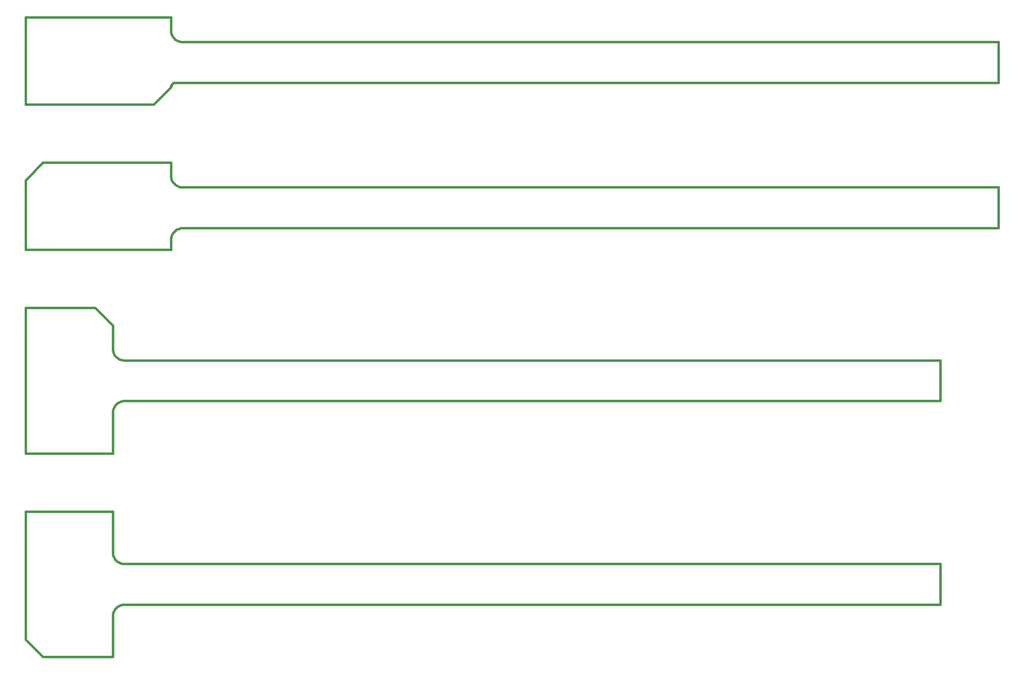
<source format=gbr>
G04 (created by PCBNEW-RS274X (2011-aug-04)-testing) date Tue 29 Nov 2011 09:41:20 AM CET*
G01*
G70*
G90*
%MOIN*%
G04 Gerber Fmt 3.4, Leading zero omitted, Abs format*
%FSLAX34Y34*%
G04 APERTURE LIST*
%ADD10C,0.006000*%
%ADD11C,0.015000*%
G04 APERTURE END LIST*
G54D10*
G54D11*
X25591Y-53150D02*
X25591Y-50394D01*
X26378Y-49607D02*
X26310Y-49610D01*
X26242Y-49619D01*
X26175Y-49634D01*
X26109Y-49655D01*
X26046Y-49681D01*
X25985Y-49713D01*
X25927Y-49750D01*
X25873Y-49792D01*
X25822Y-49838D01*
X25776Y-49889D01*
X25734Y-49943D01*
X25697Y-50001D01*
X25665Y-50062D01*
X25639Y-50125D01*
X25618Y-50191D01*
X25603Y-50258D01*
X25594Y-50326D01*
X25591Y-50394D01*
X81594Y-49606D02*
X26378Y-49606D01*
X26378Y-46850D02*
X81594Y-46850D01*
X25591Y-46161D02*
X25591Y-43307D01*
X25591Y-36713D02*
X25591Y-39370D01*
X81594Y-35827D02*
X26280Y-35827D01*
X26378Y-33071D02*
X81594Y-33071D01*
X25591Y-32283D02*
X25591Y-30709D01*
X30315Y-24114D02*
X85531Y-24114D01*
X29528Y-25591D02*
X29528Y-24803D01*
X30315Y-21358D02*
X85531Y-21358D01*
X29528Y-19783D02*
X29528Y-19685D01*
X29528Y-20669D02*
X29528Y-19783D01*
X85531Y-14272D02*
X29823Y-14272D01*
X30315Y-11516D02*
X85531Y-11516D01*
X29528Y-10728D02*
X29528Y-09843D01*
X25591Y-46063D02*
X25594Y-46131D01*
X25603Y-46199D01*
X25618Y-46266D01*
X25639Y-46332D01*
X25665Y-46395D01*
X25697Y-46456D01*
X25734Y-46514D01*
X25776Y-46568D01*
X25822Y-46619D01*
X25873Y-46665D01*
X25927Y-46707D01*
X25985Y-46744D01*
X26046Y-46776D01*
X26109Y-46802D01*
X26175Y-46823D01*
X26242Y-46838D01*
X26310Y-46847D01*
X26378Y-46850D01*
X26279Y-35828D02*
X26211Y-35839D01*
X26144Y-35857D01*
X26079Y-35880D01*
X26016Y-35909D01*
X25956Y-35943D01*
X25899Y-35983D01*
X25846Y-36027D01*
X25797Y-36076D01*
X25752Y-36128D01*
X25712Y-36185D01*
X25677Y-36245D01*
X25647Y-36307D01*
X25623Y-36372D01*
X25605Y-36439D01*
X25593Y-36507D01*
X25586Y-36576D01*
X25586Y-36644D01*
X25592Y-36713D01*
X25590Y-32283D02*
X25593Y-32351D01*
X25602Y-32419D01*
X25617Y-32486D01*
X25638Y-32552D01*
X25664Y-32616D01*
X25696Y-32676D01*
X25733Y-32734D01*
X25775Y-32789D01*
X25821Y-32840D01*
X25872Y-32886D01*
X25927Y-32928D01*
X25985Y-32965D01*
X26045Y-32997D01*
X26109Y-33023D01*
X26175Y-33044D01*
X26242Y-33059D01*
X26310Y-33068D01*
X26378Y-33071D01*
X30315Y-24115D02*
X30247Y-24118D01*
X30179Y-24127D01*
X30112Y-24142D01*
X30046Y-24163D01*
X29983Y-24189D01*
X29922Y-24221D01*
X29864Y-24258D01*
X29810Y-24300D01*
X29759Y-24346D01*
X29713Y-24397D01*
X29671Y-24451D01*
X29634Y-24509D01*
X29602Y-24570D01*
X29576Y-24633D01*
X29555Y-24699D01*
X29540Y-24766D01*
X29531Y-24834D01*
X29528Y-24902D01*
X29528Y-20571D02*
X29531Y-20639D01*
X29540Y-20707D01*
X29555Y-20774D01*
X29576Y-20840D01*
X29602Y-20903D01*
X29634Y-20964D01*
X29671Y-21022D01*
X29713Y-21076D01*
X29759Y-21127D01*
X29810Y-21173D01*
X29864Y-21215D01*
X29922Y-21252D01*
X29983Y-21284D01*
X30046Y-21310D01*
X30112Y-21331D01*
X30179Y-21346D01*
X30247Y-21355D01*
X30315Y-21358D01*
X29823Y-14272D02*
X29798Y-14274D01*
X29772Y-14277D01*
X29747Y-14283D01*
X29723Y-14290D01*
X29699Y-14300D01*
X29676Y-14312D01*
X29654Y-14326D01*
X29634Y-14342D01*
X29615Y-14359D01*
X29598Y-14378D01*
X29582Y-14398D01*
X29568Y-14420D01*
X29556Y-14443D01*
X29546Y-14467D01*
X29539Y-14491D01*
X29533Y-14516D01*
X29530Y-14542D01*
X29528Y-14567D01*
X29527Y-10728D02*
X29530Y-10796D01*
X29539Y-10864D01*
X29554Y-10931D01*
X29575Y-10997D01*
X29601Y-11061D01*
X29633Y-11121D01*
X29670Y-11179D01*
X29712Y-11234D01*
X29758Y-11285D01*
X29809Y-11331D01*
X29864Y-11373D01*
X29922Y-11410D01*
X29982Y-11442D01*
X30046Y-11468D01*
X30112Y-11489D01*
X30179Y-11504D01*
X30247Y-11513D01*
X30315Y-11516D01*
X19685Y-09843D02*
X29528Y-09843D01*
X19685Y-15748D02*
X19685Y-09843D01*
X28347Y-15748D02*
X19685Y-15748D01*
X29528Y-14567D02*
X28347Y-15748D01*
X19685Y-25591D02*
X29528Y-25591D01*
X19685Y-20866D02*
X19685Y-25591D01*
X20866Y-19685D02*
X19685Y-20866D01*
X29528Y-19685D02*
X20866Y-19685D01*
X19685Y-39370D02*
X25591Y-39370D01*
X19685Y-29527D02*
X19685Y-39370D01*
X24409Y-29527D02*
X19685Y-29527D01*
X25591Y-30709D02*
X24409Y-29527D01*
X20866Y-53150D02*
X25591Y-53150D01*
X19685Y-51969D02*
X20866Y-53150D01*
X19685Y-43307D02*
X19685Y-51969D01*
X25591Y-43307D02*
X19685Y-43307D01*
X81594Y-46850D02*
X81594Y-49606D01*
X81594Y-33071D02*
X81594Y-35827D01*
X85531Y-21358D02*
X85531Y-24114D01*
X85531Y-11516D02*
X85531Y-14272D01*
M02*

</source>
